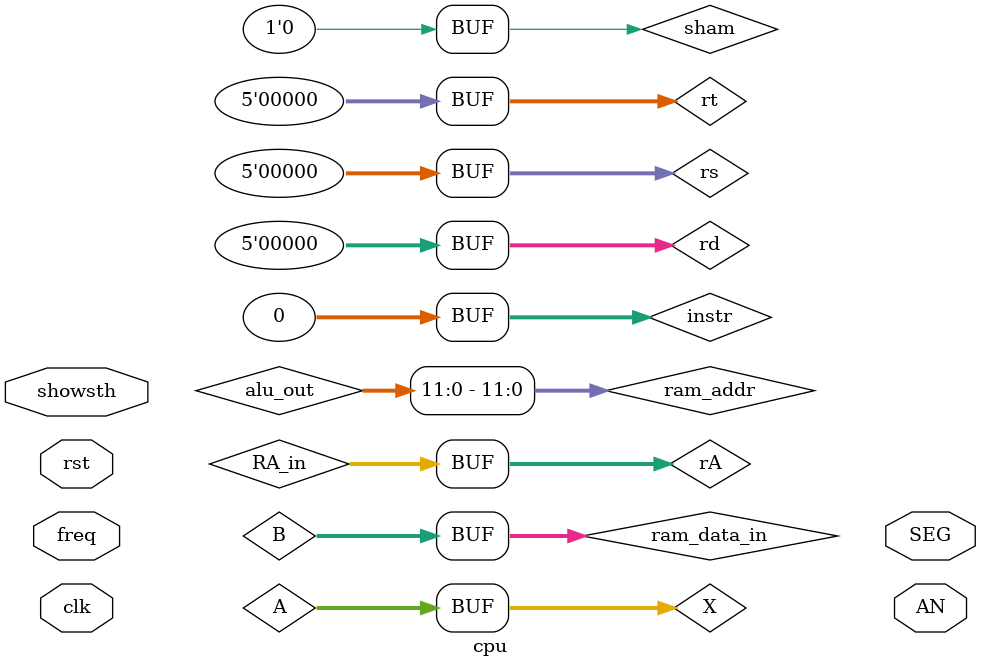
<source format=v>

module cpu(
    input rst,
    input clk,
    input [2:0] freq,
    input [2:0] showsth,
    output reg[7:0]SEG,AN

);
    
    //reg [31:0] mem[0:100];
    reg [31:0] instr;
    wire [4:0] rs, rt, rd;
    assign rs=instr[25:21];
    assign rt=instr[20:16];
    assign rd=instr[15:11];
    assign sham=instr[10:6];
    wire beq, bne, bgez, j, jal, jr, jump_reg, reg_write2, rs_read,
    mem_write, shamt,sys_call;
    wire [1:0]mode;
    wire [4:0]RA_in;

    wire halt=(A==10) & sys_call;
    wire sum=(~halt) | rst;
    initial begin
      instr=0;
        //$readmemh("test.txt", mem);
    end
//指令寄存器的地址数据 instr 和 mem关联
//mips rom
     instruction_memory dss(pc_out,  instr);
    
    cpu_ctl fefdg(
          instr, beq, bne, bgez, j, jal, jr, jump_reg, reg_write2, rs_read,
         mem_write, shamt,sys_call,mode, RA_in
     );

//alu 控制器
    wire  Rt_write, reg_write1;
    wire  [3:0]alu_in;
    alu_ctl sdff(instr, alu_in, Rt_write, reg_write1);

//PC跳转
    wire pc_sel;
    wire [9:0]pc_in, pc_out;
    wire [9:0]pcin1=pc_in + (pc_out+1);
    assign pc_sel=(beq & alu_equal) | (bne & ~alu_equal) | (bgez_ctl & bgez) | jump_reg;

    /*module PC_out(
    input clk,
    input rst, sum, sel,
    input [9:0]im,
    output reg [9:0]pc

);*/
     assign pc_in=jump_reg?(jr? A[9:0]: instr[9:0]):pcin1;
     PC_out hh(clk, rst, sum, pc_sel, pc_in, pc_out);//需要pc_in来源
   
   
    
//regfile组装
     wire [31:0] write_data, A, B, pc32;
     wire [4:0]rW, rA, rB;
     wire w_enable;
     wire bgez_ctl = ~A[31];
    
     assign w_enable= reg_write1 | reg_write2;
     assign rW=Rt_write? rt: (jal? 6'h1f: rd);
     assign rA=RA_in;
     assign rB=sys_call? 4: rt;
     assign write_data=mem_write? ram_data_out: (jal? pc32: alu_out);//三种输入来源
     
     data_extend#(10) pc_10to32 (1, pc_out+1, pc32);
     //module data_extend(input sign,input in_data,output out_data);
     register_file regfile(clk, w_enable, rW, rA, rB,  write_data, A, B);

     //

    /*module register_file(
    input clk, we;
    input [4:0]rW, rA, rB,
    input [31:0] win,
    output [31:0]A, B
    );*/

//alu组装
     wire [31:0]X, Y, alu_out, sham32, im32;
     wire [4:0]alu_sel;
     wire alu_equal;
     data_extend#(5) sham_5to32(0, sham, sham32);
     data_extend#(16) im_16to32(1, instr[15:0], im32);
     assign X=A;
     assign Y=shamt? sham32: (rs_read? im32: B);//还要考虑srav,srlv，加一个选择器


    //mips ram组装
    wire [11:0] ram_addr={alu_out[11:0]};
    wire [31:0] ram_data_in, ram_data_out;
    wire [1:0] ram_mode;
    wire ram_write;

    assign ram_mode=mode;
    assign ram_write = mem_write;
    assign ram_data_in=B;
    ram hjj(clk, ram_write, ram_mode, ram_addr, ram_data_in, ram_data_out);

//统计结果
   /*module statistics_para(input clk,input rst,input j,input b,input suc_b,input halt,output no_j_count,output j_count,output j_ok_count,output circle_count);
    reg [31:0] j_count;//有条件
    reg [31:0] no_j_count;//无条件
    reg [31:0] j_ok_count;//有条件成功
    reg [31:0] circle_count;//总周期
    */
    wire b,suc_b;
    wire [31:0] b_count, j_count, b_suc_count, circle_count,sysout;//系统调用定义
    assign b=bne | beq |bgez;
    assign suc_b=(bne&~alu_equal) | (beq & alu_equal) | (bgez_ctl & bgez);
    statistics_para final(clk, rst, j, b, suc_b, halt, b_count, j_count, b_suc_count, circle_count);

//显示结果

    /*module show(
     input clk,
     input rst,
     input [2:0]sel,
     input [31:0]SyscallOut, T_all, T_branch, T_suc, T_jump;
     output reg[7:0]SEG,AN
    );
    */
    always@(posedge clk) begin
        if(rst) sysout=0;
        else if(halt) sysout=B;
        else sysout=sysout;
    end
    
    show ds(clk,rst,showsth,sysout, circle_count,b_count,b_suc_count,j_count);
endmodule


</source>
